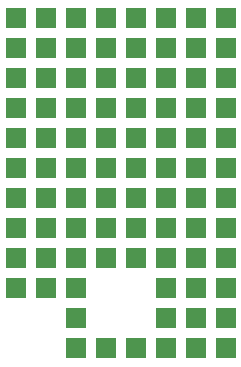
<source format=gbl>
G04 #@! TF.FileFunction,Copper,L2,Bot,Signal*
%FSLAX46Y46*%
G04 Gerber Fmt 4.6, Leading zero omitted, Abs format (unit mm)*
G04 Created by KiCad (PCBNEW 4.0.2-stable) date 05.07.2017 21:10:13*
%MOMM*%
G01*
G04 APERTURE LIST*
%ADD10C,0.100000*%
%ADD11R,1.700000X1.700000*%
G04 APERTURE END LIST*
D10*
D11*
X148590000Y-110490000D03*
X146050000Y-110490000D03*
X148590000Y-113030000D03*
X146050000Y-113030000D03*
X130810000Y-110490000D03*
X133350000Y-110490000D03*
X135890000Y-110490000D03*
X138430000Y-110490000D03*
X140970000Y-110490000D03*
X143510000Y-110490000D03*
X130810000Y-113030000D03*
X133350000Y-113030000D03*
X135890000Y-113030000D03*
X138430000Y-113030000D03*
X140970000Y-113030000D03*
X143510000Y-113030000D03*
X130810000Y-115570000D03*
X133350000Y-115570000D03*
X135890000Y-115570000D03*
X138430000Y-115570000D03*
X140970000Y-115570000D03*
X143510000Y-115570000D03*
X146050000Y-115570000D03*
X148590000Y-115570000D03*
X130810000Y-118110000D03*
X133350000Y-118110000D03*
X135890000Y-118110000D03*
X138430000Y-118110000D03*
X140970000Y-118110000D03*
X143510000Y-118110000D03*
X146050000Y-118110000D03*
X148590000Y-118110000D03*
X130810000Y-120650000D03*
X133350000Y-120650000D03*
X135890000Y-120650000D03*
X138430000Y-120650000D03*
X140970000Y-120650000D03*
X143510000Y-120650000D03*
X146050000Y-120650000D03*
X148590000Y-120650000D03*
X130810000Y-123190000D03*
X133350000Y-123190000D03*
X135890000Y-123190000D03*
X138430000Y-123190000D03*
X140970000Y-123190000D03*
X143510000Y-123190000D03*
X146050000Y-123190000D03*
X148590000Y-123190000D03*
X130810000Y-125730000D03*
X133350000Y-125730000D03*
X135890000Y-125730000D03*
X138430000Y-125730000D03*
X140970000Y-125730000D03*
X143510000Y-125730000D03*
X146050000Y-125730000D03*
X148590000Y-125730000D03*
X130810000Y-128270000D03*
X133350000Y-128270000D03*
X135890000Y-128270000D03*
X138430000Y-128270000D03*
X140970000Y-128270000D03*
X143510000Y-128270000D03*
X146050000Y-128270000D03*
X148590000Y-128270000D03*
X130810000Y-130810000D03*
X133350000Y-130810000D03*
X135890000Y-130810000D03*
X138430000Y-130810000D03*
X140970000Y-130810000D03*
X143510000Y-130810000D03*
X146050000Y-130810000D03*
X148590000Y-130810000D03*
X130810000Y-133350000D03*
X133350000Y-133350000D03*
X135890000Y-133350000D03*
X143510000Y-133350000D03*
X146050000Y-133350000D03*
X148590000Y-133350000D03*
X135890000Y-135890000D03*
X143510000Y-135890000D03*
X146050000Y-135890000D03*
X148590000Y-135890000D03*
X135890000Y-138430000D03*
X138430000Y-138430000D03*
X140970000Y-138430000D03*
X143510000Y-138430000D03*
X146050000Y-138430000D03*
X148590000Y-138430000D03*
M02*

</source>
